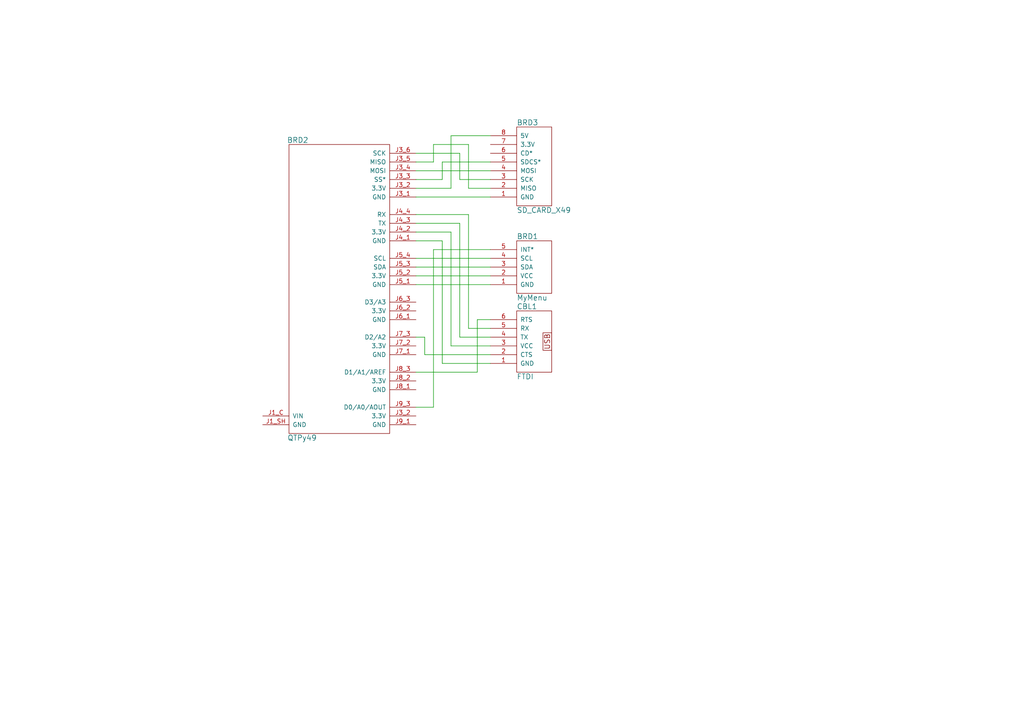
<source format=kicad_sch>
(kicad_sch (version 20211123) (generator eeschema)
  (paper "A4")
  (lib_symbols
    (symbol "LandBoards_Cards:FTDI" (pin_names (offset 1.016))
      (property "Reference" "BRD" (at 2.54 19.05 0))
      (property "Value" "FTDI" (at 2.54 -1.27 0))
      (symbol "FTDI_0_0"
        (rectangle (start -5.08 0) (end 5.08 17.78))
        (rectangle (start -5.08 11.43) (end -2.54 6.35))
        (text "USB" (at -3.81 8.89 900) (effects (font (size 1.524 1.524))))
      )
      (symbol "FTDI_1_1"
        (pin power_out line (at 12.7 15.24 180) (length 7.62) (name "GND") (number "1"))
        (pin input line (at 12.7 12.7 180) (length 7.62) (name "CTS") (number "2"))
        (pin power_out line (at 12.7 10.16 180) (length 7.62) (name "VCC") (number "3"))
        (pin output line (at 12.7 7.62 180) (length 7.62) (name "TX") (number "4"))
        (pin input line (at 12.7 5.08 180) (length 7.62) (name "RX") (number "5"))
        (pin output line (at 12.7 2.54 180) (length 7.62) (name "RTS") (number "6"))
      )
    )
    (symbol "LandBoards_Cards:MyMenu" (pin_names (offset 1.016))
      (property "Reference" "BRD" (at 1.27 11.43 0))
      (property "Value" "MyMenu" (at 0 -6.35 0))
      (symbol "MyMenu_0_0"
        (rectangle (start -5.08 10.16) (end 5.08 -5.08))
      )
      (symbol "MyMenu_1_1"
        (pin power_in line (at 12.7 7.62 180) (length 7.62) (name "GND") (number "1"))
        (pin power_in line (at 12.7 5.08 180) (length 7.62) (name "VCC") (number "2"))
        (pin bidirectional line (at 12.7 2.54 180) (length 7.62) (name "SDA") (number "3"))
        (pin input line (at 12.7 0 180) (length 7.62) (name "SCL") (number "4"))
        (pin output line (at 12.7 -2.54 180) (length 7.62) (name "INT*") (number "5"))
      )
    )
    (symbol "LandBoards_Cards:QTPy49" (pin_names (offset 1.016))
      (property "Reference" "BRD" (at -1.27 45.72 0))
      (property "Value" "QTPy49" (at -1.27 -40.64 0))
      (symbol "QTPy49_0_0"
        (rectangle (start -16.51 44.45) (end 12.7 -39.37))
      )
      (symbol "QTPy49_1_1"
        (pin power_in line (at -24.13 -34.29 0) (length 7.62) (name "VIN") (number "J1_C"))
        (pin power_in line (at -24.13 -36.83 0) (length 7.62) (name "GND") (number "J1_SH"))
        (pin power_in line (at 20.32 29.21 180) (length 7.62) (name "GND") (number "J3_1"))
        (pin power_out line (at 20.32 -34.29 180) (length 7.62) (name "3.3V") (number "J3_2"))
        (pin power_out line (at 20.32 31.75 180) (length 7.62) (name "3.3V") (number "J3_2"))
        (pin output line (at 20.32 34.29 180) (length 7.62) (name "SS*") (number "J3_3"))
        (pin output line (at 20.32 36.83 180) (length 7.62) (name "MOSI") (number "J3_4"))
        (pin input line (at 20.32 39.37 180) (length 7.62) (name "MISO") (number "J3_5"))
        (pin output line (at 20.32 41.91 180) (length 7.62) (name "SCK") (number "J3_6"))
        (pin power_in line (at 20.32 16.51 180) (length 7.62) (name "GND") (number "J4_1"))
        (pin power_out line (at 20.32 19.05 180) (length 7.62) (name "3.3V") (number "J4_2"))
        (pin output line (at 20.32 21.59 180) (length 7.62) (name "TX") (number "J4_3"))
        (pin output line (at 20.32 24.13 180) (length 7.62) (name "RX") (number "J4_4"))
        (pin power_in line (at 20.32 3.81 180) (length 7.62) (name "GND") (number "J5_1"))
        (pin power_out line (at 20.32 6.35 180) (length 7.62) (name "3.3V") (number "J5_2"))
        (pin bidirectional line (at 20.32 8.89 180) (length 7.62) (name "SDA") (number "J5_3"))
        (pin output line (at 20.32 11.43 180) (length 7.62) (name "SCL") (number "J5_4"))
        (pin power_in line (at 20.32 -6.35 180) (length 7.62) (name "GND") (number "J6_1"))
        (pin power_out line (at 20.32 -3.81 180) (length 7.62) (name "3.3V") (number "J6_2"))
        (pin bidirectional line (at 20.32 -1.27 180) (length 7.62) (name "D3/A3") (number "J6_3"))
        (pin power_in line (at 20.32 -16.51 180) (length 7.62) (name "GND") (number "J7_1"))
        (pin power_out line (at 20.32 -13.97 180) (length 7.62) (name "3.3V") (number "J7_2"))
        (pin bidirectional line (at 20.32 -11.43 180) (length 7.62) (name "D2/A2") (number "J7_3"))
        (pin power_in line (at 20.32 -26.67 180) (length 7.62) (name "GND") (number "J8_1"))
        (pin power_out line (at 20.32 -24.13 180) (length 7.62) (name "3.3V") (number "J8_2"))
        (pin bidirectional line (at 20.32 -21.59 180) (length 7.62) (name "D1/A1/AREF") (number "J8_3"))
        (pin power_in line (at 20.32 -36.83 180) (length 7.62) (name "GND") (number "J9_1"))
        (pin bidirectional line (at 20.32 -31.75 180) (length 7.62) (name "D0/A0/AOUT") (number "J9_3"))
      )
    )
    (symbol "LandBoards_Cards:SD_CARD_X49" (pin_names (offset 1.016))
      (property "Reference" "BRD" (at 0 11.43 0))
      (property "Value" "SD_CARD_X49" (at 0 -13.97 0))
      (symbol "SD_CARD_X49_0_0"
        (rectangle (start -5.08 10.16) (end 5.08 -12.7))
      )
      (symbol "SD_CARD_X49_1_1"
        (pin power_in line (at -12.7 -10.16 0) (length 7.62) (name "GND") (number "1"))
        (pin output line (at -12.7 -7.62 0) (length 7.62) (name "MISO") (number "2"))
        (pin input line (at -12.7 -5.08 0) (length 7.62) (name "SCK") (number "3"))
        (pin input line (at -12.7 -2.54 0) (length 7.62) (name "MOSI") (number "4"))
        (pin input line (at -12.7 0 0) (length 7.62) (name "SDCS*") (number "5"))
        (pin output line (at -12.7 2.54 0) (length 7.62) (name "CD*") (number "6"))
        (pin power_out line (at -12.7 5.08 0) (length 7.62) (name "3.3V") (number "7"))
        (pin power_in line (at -12.7 7.62 0) (length 7.62) (name "5V") (number "8"))
      )
    )
  )
  (wire (pts (xy 130.81 100.33) (xy 130.81 67.31)))
  (wire (pts (xy 135.89 41.91) (xy 125.73 41.91)))
  (wire (pts (xy 125.73 46.99) (xy 120.65 46.99)))
  (wire (pts (xy 120.65 77.47) (xy 142.24 77.47)))
  (wire (pts (xy 135.89 54.61) (xy 135.89 41.91)))
  (wire (pts (xy 120.65 74.93) (xy 142.24 74.93)))
  (wire (pts (xy 120.65 57.15) (xy 142.24 57.15)))
  (wire (pts (xy 135.89 95.25) (xy 135.89 62.23)))
  (wire (pts (xy 123.19 97.79) (xy 123.19 102.87)))
  (wire (pts (xy 128.27 69.85) (xy 120.65 69.85)))
  (wire (pts (xy 135.89 54.61) (xy 142.24 54.61)))
  (wire (pts (xy 128.27 46.99) (xy 142.24 46.99)))
  (wire (pts (xy 120.65 82.55) (xy 142.24 82.55)))
  (wire (pts (xy 142.24 97.79) (xy 133.35 97.79)))
  (wire (pts (xy 125.73 72.39) (xy 142.24 72.39)))
  (wire (pts (xy 142.24 100.33) (xy 130.81 100.33)))
  (wire (pts (xy 142.24 105.41) (xy 128.27 105.41)))
  (wire (pts (xy 120.65 54.61) (xy 130.81 54.61)))
  (wire (pts (xy 120.65 97.79) (xy 123.19 97.79)))
  (wire (pts (xy 138.43 107.95) (xy 120.65 107.95)))
  (wire (pts (xy 133.35 52.07) (xy 133.35 44.45)))
  (wire (pts (xy 128.27 105.41) (xy 128.27 69.85)))
  (wire (pts (xy 133.35 44.45) (xy 120.65 44.45)))
  (wire (pts (xy 125.73 118.11) (xy 125.73 72.39)))
  (wire (pts (xy 142.24 52.07) (xy 133.35 52.07)))
  (wire (pts (xy 133.35 97.79) (xy 133.35 64.77)))
  (wire (pts (xy 133.35 64.77) (xy 120.65 64.77)))
  (wire (pts (xy 123.19 102.87) (xy 142.24 102.87)))
  (wire (pts (xy 120.65 118.11) (xy 125.73 118.11)))
  (wire (pts (xy 120.65 80.01) (xy 142.24 80.01)))
  (wire (pts (xy 130.81 39.37) (xy 142.24 39.37)))
  (wire (pts (xy 128.27 52.07) (xy 128.27 46.99)))
  (wire (pts (xy 125.73 41.91) (xy 125.73 46.99)))
  (wire (pts (xy 120.65 52.07) (xy 128.27 52.07)))
  (wire (pts (xy 142.24 95.25) (xy 135.89 95.25)))
  (wire (pts (xy 120.65 49.53) (xy 142.24 49.53)))
  (wire (pts (xy 138.43 92.71) (xy 138.43 107.95)))
  (wire (pts (xy 130.81 67.31) (xy 120.65 67.31)))
  (wire (pts (xy 142.24 92.71) (xy 138.43 92.71)))
  (wire (pts (xy 130.81 54.61) (xy 130.81 39.37)))
  (wire (pts (xy 135.89 62.23) (xy 120.65 62.23)))
  (symbol (lib_id "LandBoards_Cards:MyMenu") (at 154.94 74.93 180) (unit 1)
    (property "Reference" "BRD1" (at 149.86 68.58 0) (effects (font (size 1.524 1.524)) (justify right)))
    (property "Value" "MyMenu" (at 149.86 86.36 0) (effects (font (size 1.524 1.524)) (justify right)))
  )
  (symbol (lib_id "LandBoards_Cards:QTPy49") (at 100.33 86.36 0) (unit 1)
    (property "Reference" "BRD2" (at 86.36 40.64 0) (effects (font (size 1.524 1.524))))
    (property "Value" "QTPy49" (at 87.63 127 0) (effects (font (size 1.524 1.524))))
  )
  (symbol (lib_id "LandBoards_Cards:SD_CARD_X49") (at 154.94 46.99 0) (unit 1)
    (property "Reference" "BRD3" (at 149.86 35.56 0) (effects (font (size 1.524 1.524)) (justify left)))
    (property "Value" "SD_CARD_X49" (at 149.86 60.96 0) (effects (font (size 1.524 1.524)) (justify left)))
  )
  (symbol (lib_id "LandBoards_Cards:FTDI") (at 154.94 90.17 180) (unit 1)
    (property "Reference" "CBL1" (at 149.86 88.9 0) (effects (font (size 1.524 1.524)) (justify right)))
    (property "Value" "FTDI" (at 149.86 109.22 0) (effects (font (size 1.524 1.524)) (justify right)))
  )
)
</source>
